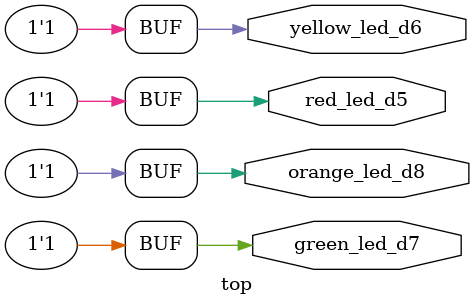
<source format=v>
module top(
		output green_led_d7,
		output orange_led_d8,
		output red_led_d5,
		output yellow_led_d6
	);
	assign green_led_d7  = 1;
	assign orange_led_d8 = 1;
	assign red_led_d5    = 1;
	assign yellow_led_d6 = 1;

endmodule

</source>
